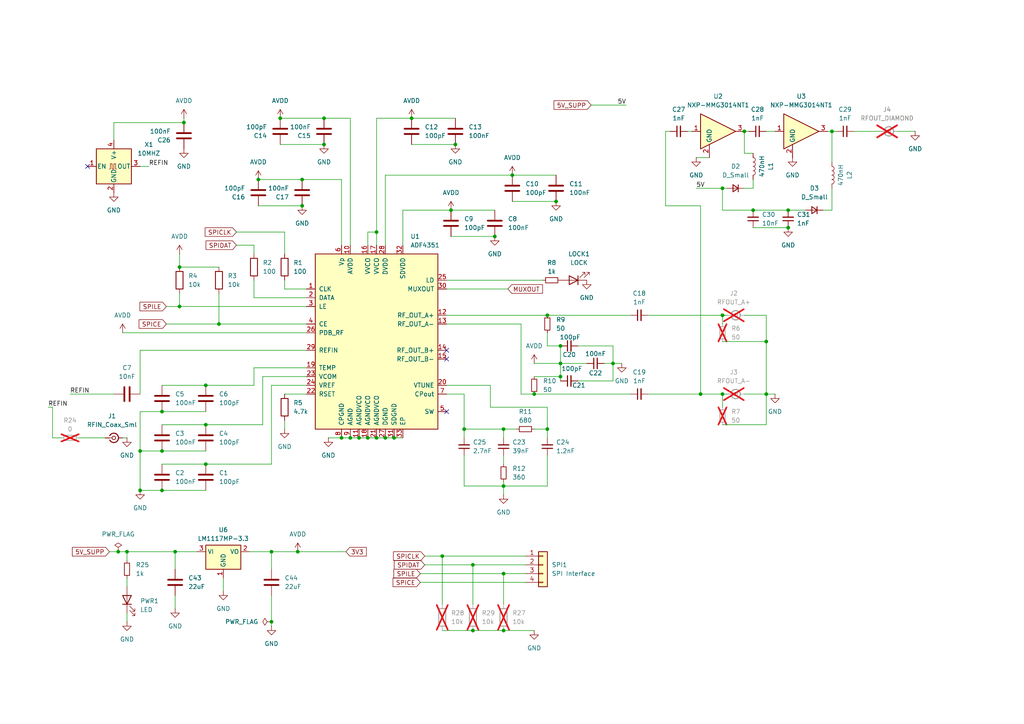
<source format=kicad_sch>
(kicad_sch (version 20250114) (generator "eeschema") (generator_version "9.0")
  (paper "A4")
  (title_block (title "Uncut Gem - Prototype") (rev "Rev 0.2") (company "Quantum Village Inc.") (comment 1 "https://www.analog.com/media/en/technical-documentation/user-guides/UG-435.pdf") (comment 2 "This sheet based on p.12 of ") (comment 3 "R9/R10 may both be subbed out w/ 3.9nH inductors, w/out pulldown R6/R7") (comment 4 "R3, R4, R27, R28, R29 - do not populate"))
  (lib_symbols
    (symbol "Connector:Conn_Coaxial_Small" (pin_numbers (hide yes)) (pin_names (offset 1.016) (hide yes))
      (property "Reference" "J" (at 0.254 3.048 0))
      (property "Value" "Conn_Coaxial_Small" (at 0 -3.81 0))
      (symbol "Conn_Coaxial_Small_1_1"
        (pin passive line (at -2.54 0 0) (length 1.27) (name "In") (number "1"))
        (pin passive line (at 2.54 0 180) (length 1.27) (name "Ext") (number "2"))
      )
    )
    (symbol "Connector_Generic:Conn_01x04" (pin_names (offset 1.016) (hide yes))
      (property "Reference" "J" (at 0 5.08 0))
      (property "Value" "Conn_01x04" (at 0 -7.62 0))
      (symbol "Conn_01x04_1_1"
        (pin passive line (at -5.08 2.54 0) (length 3.81) (name "Pin_1") (number "1"))
        (pin passive line (at -5.08 0 0) (length 3.81) (name "Pin_2") (number "2"))
        (pin passive line (at -5.08 -2.54 0) (length 3.81) (name "Pin_3") (number "3"))
        (pin passive line (at -5.08 -5.08 0) (length 3.81) (name "Pin_4") (number "4"))
      )
    )
    (symbol "Device:C" (pin_numbers (hide yes)) (pin_names (offset 0.254))
      (property "Reference" "C" (at 0.635 2.54 0))
      (property "Value" "C" (at 0.635 -2.54 0))
      (symbol "C_1_1"
        (pin passive line (at 0 3.81 270) (length 2.794) (name "~") (number "1"))
        (pin passive line (at 0 -3.81 90) (length 2.794) (name "~") (number "2"))
      )
    )
    (symbol "Device:C_Small" (pin_numbers (hide yes)) (pin_names (offset 0.254) (hide yes))
      (property "Reference" "C" (at 0.254 1.778 0))
      (property "Value" "C_Small" (at 0.254 -2.032 0))
      (symbol "C_Small_1_1"
        (pin passive line (at 0 2.54 270) (length 2.032) (name "~") (number "1"))
        (pin passive line (at 0 -2.54 90) (length 2.032) (name "~") (number "2"))
      )
    )
    (symbol "Device:D_Small" (pin_numbers (hide yes)) (pin_names (offset 0.254) (hide yes))
      (property "Reference" "D" (at -1.27 2.032 0))
      (property "Value" "D_Small" (at -3.81 -2.032 0))
      (symbol "D_Small_1_1"
        (pin passive line (at -2.54 0 0) (length 1.778) (name "K") (number "1"))
        (pin passive line (at 2.54 0 180) (length 1.778) (name "A") (number "2"))
      )
    )
    (symbol "Device:L" (pin_numbers (hide yes)) (pin_names (offset 1.016) (hide yes))
      (property "Reference" "L" (at -1.27 0 90))
      (property "Value" "L" (at 1.905 0 90))
      (symbol "L_1_1"
        (pin passive line (at 0 3.81 270) (length 1.27) (name "1") (number "1"))
        (pin passive line (at 0 -3.81 90) (length 1.27) (name "2") (number "2"))
      )
    )
    (symbol "Device:LED" (pin_numbers (hide yes)) (pin_names (offset 1.016) (hide yes))
      (property "Reference" "D" (at 0 2.54 0))
      (property "Value" "LED" (at 0 -2.54 0))
      (symbol "LED_1_1"
        (pin passive line (at -3.81 0 0) (length 2.54) (name "K") (number "1"))
        (pin passive line (at 3.81 0 180) (length 2.54) (name "A") (number "2"))
      )
    )
    (symbol "Device:R" (pin_numbers (hide yes)) (pin_names (offset 0))
      (property "Reference" "R" (at 2.032 0 90))
      (property "Value" "R" (at 0 0 90))
      (symbol "R_1_1"
        (pin passive line (at 0 3.81 270) (length 1.27) (name "~") (number "1"))
        (pin passive line (at 0 -3.81 90) (length 1.27) (name "~") (number "2"))
      )
    )
    (symbol "Device:R_Small" (pin_numbers (hide yes)) (pin_names (offset 0.254) (hide yes))
      (property "Reference" "R" (at 0.762 0.508 0))
      (property "Value" "R_Small" (at 0.762 -1.016 0))
      (symbol "R_Small_1_1"
        (pin passive line (at 0 2.54 270) (length 0.762) (name "~") (number "1"))
        (pin passive line (at 0 -2.54 90) (length 0.762) (name "~") (number "2"))
      )
    )
    (symbol "Oscillator:XO91" (pin_names (offset 0.254))
      (property "Reference" "X" (at -5.08 6.35 0))
      (property "Value" "XO91" (at 1.27 -6.35 0))
      (symbol "XO91_1_1"
        (pin input line (at -7.62 0 0) (length 2.54) (name "EN") (number "1"))
        (pin power_in line (at 0 7.62 270) (length 2.54) (name "V+") (number "4"))
        (pin power_in line (at 0 -7.62 90) (length 2.54) (name "GND") (number "2"))
        (pin output line (at 7.62 0 180) (length 2.54) (name "OUT") (number "3"))
      )
    )
    (symbol "RF_Amplifier:GALI-39"
      (property "Reference" "U" (at -1.27 7.62 0))
      (property "Value" "GALI-39" (at 2.54 5.08 0))
      (symbol "GALI-39_1_1"
        (pin input line (at -7.62 0 0) (length 2.54) (name "~") (number "1"))
        (pin power_in line (at -2.54 -7.62 90) (length 3.81) (name "GND") (number "2"))
        (pin output line (at 7.62 0 180) (length 2.54) (name "~") (number "3"))
      )
    )
    (symbol "Regulator_Linear:LM1117MP-3.3"
      (property "Reference" "U" (at -3.81 3.175 0))
      (property "Value" "LM1117MP-3.3" (at 0 3.175 0))
      (symbol "LM1117MP-3.3_1_1"
        (pin power_in line (at -7.62 0 0) (length 2.54) (name "VI") (number "3"))
        (pin power_in line (at 0 -7.62 90) (length 2.54) (name "GND") (number "1"))
        (pin power_out line (at 7.62 0 180) (length 2.54) (name "VO") (number "2"))
      )
    )
    (symbol "Timer_PLL:ADF4351" (pin_names (offset 1.016))
      (property "Reference" "U" (at 0 1.27 0))
      (property "Value" "ADF4351" (at 0 -1.27 0))
      (symbol "ADF4351_1_1"
        (pin input line (at -20.32 15.24 0) (length 2.54) (name "CLK") (number "1"))
        (pin input line (at -20.32 12.7 0) (length 2.54) (name "DATA") (number "2"))
        (pin input line (at -20.32 10.16 0) (length 2.54) (name "LE") (number "3"))
        (pin input line (at -20.32 5.08 0) (length 2.54) (name "CE") (number "4"))
        (pin input line (at -20.32 2.54 0) (length 2.54) (name "PDB_RF") (number "26"))
        (pin input line (at -20.32 -2.54 0) (length 2.54) (name "REFIN") (number "29"))
        (pin input line (at -20.32 -7.62 0) (length 2.54) (name "TEMP") (number "19"))
        (pin input line (at -20.32 -10.16 0) (length 2.54) (name "VCOM") (number "23"))
        (pin input line (at -20.32 -12.7 0) (length 2.54) (name "VREF") (number "24"))
        (pin input line (at -20.32 -15.24 0) (length 2.54) (name "RSET") (number "22"))
        (pin power_in line (at -10.16 27.94 270) (length 2.54) (name "Vp") (number "6"))
        (pin power_in line (at -10.16 -27.94 90) (length 2.54) (name "CPGND") (number "8"))
        (pin power_in line (at -7.62 27.94 270) (length 2.54) (name "AVDD") (number "10"))
        (pin power_in line (at -7.62 -27.94 90) (length 2.54) (name "AGND") (number "9"))
        (pin power_in line (at -5.08 -27.94 90) (length 2.54) (name "AGNDVCO") (number "11"))
        (pin power_in line (at -2.54 27.94 270) (length 2.54) (name "VVCO") (number "16"))
        (pin power_in line (at -2.54 -27.94 90) (length 2.54) (name "AGNDVCO") (number "18"))
        (pin power_in line (at 0 27.94 270) (length 2.54) (name "VVCO") (number "17"))
        (pin power_in line (at 0 -27.94 90) (length 2.54) (name "AGNDVCO") (number "21"))
        (pin power_in line (at 2.54 27.94 270) (length 2.54) (name "DVDD") (number "28"))
        (pin power_in line (at 2.54 -27.94 90) (length 2.54) (name "DGND") (number "27"))
        (pin power_in line (at 5.08 -27.94 90) (length 2.54) (name "SDGND") (number "31"))
        (pin power_in line (at 7.62 27.94 270) (length 2.54) (name "SDVDD") (number "32"))
        (pin power_in line (at 7.62 -27.94 90) (length 2.54) (name "EP") (number "33"))
        (pin input line (at 20.32 17.78 180) (length 2.54) (name "LD") (number "25"))
        (pin output line (at 20.32 15.24 180) (length 2.54) (name "MUXOUT") (number "30"))
        (pin output line (at 20.32 7.62 180) (length 2.54) (name "RF_OUT_A+") (number "12"))
        (pin output line (at 20.32 5.08 180) (length 2.54) (name "RF_OUT_A-") (number "13"))
        (pin output line (at 20.32 -2.54 180) (length 2.54) (name "RF_OUT_B+") (number "14"))
        (pin output line (at 20.32 -5.08 180) (length 2.54) (name "RF_OUT_B-") (number "15"))
        (pin input line (at 20.32 -12.7 180) (length 2.54) (name "VTUNE") (number "20"))
        (pin input line (at 20.32 -15.24 180) (length 2.54) (name "CPout") (number "7"))
        (pin input line (at 20.32 -20.32 180) (length 2.54) (name "SW") (number "5"))
      )
    )
    (symbol "power:GND" (power) (pin_numbers (hide yes)) (pin_names (offset 0) (hide yes))
      (property "Value" "GND" (at 0 -3.81 0))
      (symbol "GND_1_1"
        (pin power_in line (at 0 0 270) (length 0) (name "~") (number "1"))
      )
    )
    (symbol "power:PWR_FLAG" (power) (pin_numbers (hide yes)) (pin_names (offset 0) (hide yes))
      (property "Value" "PWR_FLAG" (at 0 3.81 0))
      (symbol "PWR_FLAG_0_0"
        (pin power_out line (at 0 0 90) (length 0) (name "~") (number "1"))
      )
    )
    (symbol "power:VAA" (power) (pin_numbers (hide yes)) (pin_names (offset 0) (hide yes))
      (property "Value" "VAA" (at 0 3.556 0))
      (symbol "VAA_1_1"
        (pin power_in line (at 0 0 90) (length 0) (name "~") (number "1"))
      )
    )
  )
  (junction (at 81.28 34.29))
  (junction (at 215.9 38.1))
  (junction (at 209.55 54.61))
  (junction (at 228.6 60.96))
  (junction (at 36.83 160.02))
  (junction (at 53.34 35.56))
  (junction (at 52.07 88.9))
  (junction (at 162.56 109.22))
  (junction (at 218.44 60.96))
  (junction (at 228.6 66.04))
  (junction (at 78.74 160.02))
  (junction (at 177.8 105.41))
  (junction (at 162.56 100.33))
  (junction (at 158.75 124.46))
  (junction (at 132.08 41.91))
  (junction (at 134.62 124.46))
  (junction (at 59.69 123.19))
  (junction (at 109.22 67.31))
  (junction (at 154.94 114.3))
  (junction (at 130.81 60.96))
  (junction (at 104.14 127))
  (junction (at 146.05 140.97))
  (junction (at 34.29 160.02))
  (junction (at 74.93 52.07))
  (junction (at 40.64 130.81))
  (junction (at 59.69 111.76))
  (junction (at 241.3 38.1))
  (junction (at 86.36 160.02))
  (junction (at 93.98 41.91))
  (junction (at 162.56 105.41))
  (junction (at 99.06 127))
  (junction (at 46.99 142.24))
  (junction (at 128.27 161.29))
  (junction (at 203.2 114.3))
  (junction (at 46.99 119.38))
  (junction (at 209.55 114.3))
  (junction (at 158.75 91.44))
  (junction (at 161.29 58.42))
  (junction (at 40.64 142.24))
  (junction (at 52.07 77.47))
  (junction (at 146.05 182.88))
  (junction (at 137.16 182.88))
  (junction (at 93.98 34.29))
  (junction (at 119.38 34.29))
  (junction (at 87.63 59.69))
  (junction (at 222.25 114.3))
  (junction (at 148.59 50.8))
  (junction (at 101.6 127))
  (junction (at 137.16 163.83))
  (junction (at 146.05 124.46))
  (junction (at 109.22 127))
  (junction (at 63.5 93.98))
  (junction (at 114.3 127))
  (junction (at 111.76 127))
  (junction (at 209.55 91.44))
  (junction (at 46.99 130.81))
  (junction (at 59.69 134.62))
  (junction (at 106.68 127))
  (junction (at 87.63 52.07))
  (junction (at 78.74 180.34))
  (junction (at 222.25 99.06))
  (junction (at 146.05 166.37))
  (junction (at 50.8 160.02))
  (junction (at 143.51 68.58))
  (no_connect (at 25.4 48.26))
  (no_connect (at 129.54 119.38))
  (no_connect (at 129.54 104.14))
  (no_connect (at 129.54 101.6))
  (wire (pts (xy 201.93 54.61) (xy 209.55 54.61)))
  (wire (pts (xy 247.65 38.1) (xy 255.27 38.1)))
  (wire (pts (xy 161.29 58.42) (xy 148.59 58.42)))
  (wire (pts (xy 82.55 81.28) (xy 82.55 83.82)))
  (wire (pts (xy 175.26 105.41) (xy 177.8 105.41)))
  (wire (pts (xy 52.07 73.66) (xy 52.07 77.47)))
  (wire (pts (xy 222.25 91.44) (xy 215.9 91.44)))
  (wire (pts (xy 52.07 77.47) (xy 63.5 77.47)))
  (wire (pts (xy 129.54 114.3) (xy 134.62 114.3)))
  (wire (pts (xy 215.9 114.3) (xy 222.25 114.3)))
  (wire (pts (xy 129.54 83.82) (xy 147.32 83.82)))
  (wire (pts (xy 101.6 34.29) (xy 101.6 71.12)))
  (wire (pts (xy 78.74 160.02) (xy 86.36 160.02)))
  (wire (pts (xy 134.62 127) (xy 134.62 124.46)))
  (wire (pts (xy 209.55 54.61) (xy 210.82 54.61)))
  (wire (pts (xy 74.93 52.07) (xy 87.63 52.07)))
  (wire (pts (xy 46.99 119.38) (xy 40.64 119.38)))
  (wire (pts (xy 203.2 114.3) (xy 209.55 114.3)))
  (wire (pts (xy 68.58 71.12) (xy 73.66 71.12)))
  (wire (pts (xy 222.25 91.44) (xy 222.25 99.06)))
  (wire (pts (xy 129.54 93.98) (xy 151.13 93.98)))
  (wire (pts (xy 22.86 127) (xy 30.48 127)))
  (wire (pts (xy 50.8 160.02) (xy 50.8 165.1)))
  (wire (pts (xy 73.66 86.36) (xy 88.9 86.36)))
  (wire (pts (xy 142.24 118.11) (xy 158.75 118.11)))
  (wire (pts (xy 73.66 111.76) (xy 73.66 106.68)))
  (wire (pts (xy 134.62 140.97) (xy 146.05 140.97)))
  (wire (pts (xy 40.64 101.6) (xy 88.9 101.6)))
  (wire (pts (xy 116.84 60.96) (xy 130.81 60.96)))
  (wire (pts (xy 106.68 127) (xy 109.22 127)))
  (wire (pts (xy 203.2 59.69) (xy 203.2 114.3)))
  (wire (pts (xy 123.19 163.83) (xy 137.16 163.83)))
  (wire (pts (xy 46.99 134.62) (xy 59.69 134.62)))
  (wire (pts (xy 36.83 177.8) (xy 36.83 180.34)))
  (wire (pts (xy 82.55 67.31) (xy 68.58 67.31)))
  (wire (pts (xy 73.66 71.12) (xy 73.66 73.66)))
  (wire (pts (xy 209.55 60.96) (xy 209.55 54.61)))
  (wire (pts (xy 187.96 91.44) (xy 209.55 91.44)))
  (wire (pts (xy 128.27 182.88) (xy 137.16 182.88)))
  (wire (pts (xy 130.81 60.96) (xy 143.51 60.96)))
  (wire (pts (xy 121.92 166.37) (xy 146.05 166.37)))
  (wire (pts (xy 93.98 34.29) (xy 101.6 34.29)))
  (wire (pts (xy 233.68 60.96) (xy 228.6 60.96)))
  (wire (pts (xy 59.69 119.38) (xy 46.99 119.38)))
  (wire (pts (xy 187.96 114.3) (xy 203.2 114.3)))
  (wire (pts (xy 15.24 118.11) (xy 15.24 127)))
  (wire (pts (xy 123.19 161.29) (xy 128.27 161.29)))
  (wire (pts (xy 209.55 99.06) (xy 222.25 99.06)))
  (wire (pts (xy 40.64 119.38) (xy 40.64 130.81)))
  (wire (pts (xy 33.02 35.56) (xy 53.34 35.56)))
  (wire (pts (xy 238.76 60.96) (xy 241.3 60.96)))
  (wire (pts (xy 53.34 34.29) (xy 53.34 35.56)))
  (wire (pts (xy 158.75 91.44) (xy 182.88 91.44)))
  (wire (pts (xy 128.27 161.29) (xy 128.27 175.26)))
  (wire (pts (xy 78.74 172.72) (xy 78.74 180.34)))
  (wire (pts (xy 132.08 41.91) (xy 119.38 41.91)))
  (wire (pts (xy 88.9 111.76) (xy 78.74 111.76)))
  (wire (pts (xy 36.83 170.18) (xy 36.83 167.64)))
  (wire (pts (xy 193.04 59.69) (xy 203.2 59.69)))
  (wire (pts (xy 146.05 166.37) (xy 152.4 166.37)))
  (wire (pts (xy 34.29 160.02) (xy 36.83 160.02)))
  (wire (pts (xy 201.93 45.72) (xy 205.74 45.72)))
  (wire (pts (xy 109.22 127) (xy 111.76 127)))
  (wire (pts (xy 130.81 68.58) (xy 143.51 68.58)))
  (wire (pts (xy 114.3 127) (xy 116.84 127)))
  (wire (pts (xy 162.56 109.22) (xy 162.56 110.49)))
  (wire (pts (xy 95.25 127) (xy 99.06 127)))
  (wire (pts (xy 76.2 109.22) (xy 88.9 109.22)))
  (wire (pts (xy 177.8 100.33) (xy 177.8 105.41)))
  (wire (pts (xy 111.76 50.8) (xy 111.76 71.12)))
  (wire (pts (xy 35.56 127) (xy 36.83 127)))
  (wire (pts (xy 31.75 160.02) (xy 34.29 160.02)))
  (wire (pts (xy 158.75 118.11) (xy 158.75 124.46)))
  (wire (pts (xy 111.76 127) (xy 114.3 127)))
  (wire (pts (xy 134.62 132.08) (xy 134.62 140.97)))
  (wire (pts (xy 40.64 48.26) (xy 43.18 48.26)))
  (wire (pts (xy 215.9 54.61) (xy 218.44 54.61)))
  (wire (pts (xy 224.79 114.3) (xy 222.25 114.3)))
  (wire (pts (xy 99.06 52.07) (xy 99.06 71.12)))
  (wire (pts (xy 46.99 130.81) (xy 40.64 130.81)))
  (wire (pts (xy 158.75 96.52) (xy 158.75 100.33)))
  (wire (pts (xy 40.64 142.24) (xy 46.99 142.24)))
  (wire (pts (xy 59.69 123.19) (xy 76.2 123.19)))
  (wire (pts (xy 82.55 121.92) (xy 82.55 124.46)))
  (wire (pts (xy 154.94 124.46) (xy 158.75 124.46)))
  (wire (pts (xy 36.83 162.56) (xy 36.83 160.02)))
  (wire (pts (xy 40.64 130.81) (xy 40.64 142.24)))
  (wire (pts (xy 154.94 182.88) (xy 146.05 182.88)))
  (wire (pts (xy 46.99 111.76) (xy 59.69 111.76)))
  (wire (pts (xy 218.44 60.96) (xy 228.6 60.96)))
  (wire (pts (xy 151.13 114.3) (xy 154.94 114.3)))
  (wire (pts (xy 222.25 123.19) (xy 222.25 114.3)))
  (wire (pts (xy 209.55 93.98) (xy 209.55 91.44)))
  (wire (pts (xy 59.69 111.76) (xy 73.66 111.76)))
  (wire (pts (xy 35.56 96.52) (xy 88.9 96.52)))
  (wire (pts (xy 240.03 38.1) (xy 241.3 38.1)))
  (wire (pts (xy 129.54 81.28) (xy 157.48 81.28)))
  (wire (pts (xy 82.55 83.82) (xy 88.9 83.82)))
  (wire (pts (xy 167.64 110.49) (xy 177.8 110.49)))
  (wire (pts (xy 162.56 105.41) (xy 170.18 105.41)))
  (wire (pts (xy 50.8 160.02) (xy 57.15 160.02)))
  (wire (pts (xy 215.9 38.1) (xy 217.17 38.1)))
  (wire (pts (xy 162.56 105.41) (xy 162.56 109.22)))
  (wire (pts (xy 101.6 127) (xy 104.14 127)))
  (wire (pts (xy 167.64 100.33) (xy 177.8 100.33)))
  (wire (pts (xy 209.55 114.3) (xy 210.82 114.3)))
  (wire (pts (xy 177.8 110.49) (xy 177.8 105.41)))
  (wire (pts (xy 63.5 85.09) (xy 63.5 93.98)))
  (wire (pts (xy 137.16 182.88) (xy 146.05 182.88)))
  (wire (pts (xy 137.16 163.83) (xy 152.4 163.83)))
  (wire (pts (xy 241.3 46.99) (xy 241.3 38.1)))
  (wire (pts (xy 119.38 34.29) (xy 132.08 34.29)))
  (wire (pts (xy 73.66 106.68) (xy 88.9 106.68)))
  (wire (pts (xy 149.86 124.46) (xy 146.05 124.46)))
  (wire (pts (xy 82.55 114.3) (xy 88.9 114.3)))
  (wire (pts (xy 218.44 66.04) (xy 228.6 66.04)))
  (wire (pts (xy 137.16 163.83) (xy 137.16 175.26)))
  (wire (pts (xy 128.27 161.29) (xy 152.4 161.29)))
  (wire (pts (xy 72.39 160.02) (xy 78.74 160.02)))
  (wire (pts (xy 177.8 105.41) (xy 180.34 105.41)))
  (wire (pts (xy 142.24 111.76) (xy 142.24 118.11)))
  (wire (pts (xy 151.13 93.98) (xy 151.13 114.3)))
  (wire (pts (xy 15.24 127) (xy 17.78 127)))
  (wire (pts (xy 46.99 142.24) (xy 59.69 142.24)))
  (wire (pts (xy 209.55 60.96) (xy 218.44 60.96)))
  (wire (pts (xy 106.68 71.12) (xy 106.68 67.31)))
  (wire (pts (xy 218.44 54.61) (xy 218.44 52.07)))
  (wire (pts (xy 148.59 50.8) (xy 111.76 50.8)))
  (wire (pts (xy 193.04 38.1) (xy 193.04 59.69)))
  (wire (pts (xy 104.14 127) (xy 106.68 127)))
  (wire (pts (xy 154.94 114.3) (xy 182.88 114.3)))
  (wire (pts (xy 48.26 88.9) (xy 52.07 88.9)))
  (wire (pts (xy 87.63 52.07) (xy 99.06 52.07)))
  (wire (pts (xy 36.83 160.02) (xy 50.8 160.02)))
  (wire (pts (xy 199.39 38.1) (xy 200.66 38.1)))
  (wire (pts (xy 158.75 140.97) (xy 146.05 140.97)))
  (wire (pts (xy 73.66 81.28) (xy 73.66 86.36)))
  (wire (pts (xy 106.68 67.31) (xy 109.22 67.31)))
  (wire (pts (xy 158.75 100.33) (xy 162.56 100.33)))
  (wire (pts (xy 154.94 109.22) (xy 162.56 109.22)))
  (wire (pts (xy 63.5 93.98) (xy 88.9 93.98)))
  (wire (pts (xy 134.62 124.46) (xy 146.05 124.46)))
  (wire (pts (xy 148.59 50.8) (xy 161.29 50.8)))
  (wire (pts (xy 146.05 140.97) (xy 146.05 143.51)))
  (wire (pts (xy 87.63 59.69) (xy 74.93 59.69)))
  (wire (pts (xy 78.74 160.02) (xy 78.74 165.1)))
  (wire (pts (xy 81.28 34.29) (xy 93.98 34.29)))
  (wire (pts (xy 86.36 160.02) (xy 100.33 160.02)))
  (wire (pts (xy 215.9 44.45) (xy 215.9 38.1)))
  (wire (pts (xy 109.22 67.31) (xy 109.22 71.12)))
  (wire (pts (xy 119.38 34.29) (xy 109.22 34.29)))
  (wire (pts (xy 78.74 180.34) (xy 78.74 181.61)))
  (wire (pts (xy 222.25 99.06) (xy 222.25 114.3)))
  (wire (pts (xy 76.2 123.19) (xy 76.2 109.22)))
  (wire (pts (xy 146.05 124.46) (xy 146.05 127)))
  (wire (pts (xy 146.05 139.7) (xy 146.05 140.97)))
  (wire (pts (xy 20.32 114.3) (xy 33.02 114.3)))
  (wire (pts (xy 52.07 88.9) (xy 88.9 88.9)))
  (wire (pts (xy 134.62 114.3) (xy 134.62 124.46)))
  (wire (pts (xy 99.06 127) (xy 101.6 127)))
  (wire (pts (xy 64.77 167.64) (xy 64.77 171.45)))
  (wire (pts (xy 82.55 73.66) (xy 82.55 67.31)))
  (wire (pts (xy 116.84 60.96) (xy 116.84 71.12)))
  (wire (pts (xy 209.55 118.11) (xy 209.55 114.3)))
  (wire (pts (xy 218.44 44.45) (xy 215.9 44.45)))
  (wire (pts (xy 33.02 35.56) (xy 33.02 40.64)))
  (wire (pts (xy 48.26 93.98) (xy 63.5 93.98)))
  (wire (pts (xy 13.97 118.11) (xy 15.24 118.11)))
  (wire (pts (xy 158.75 127) (xy 158.75 124.46)))
  (wire (pts (xy 93.98 41.91) (xy 81.28 41.91)))
  (wire (pts (xy 109.22 34.29) (xy 109.22 67.31)))
  (wire (pts (xy 146.05 132.08) (xy 146.05 134.62)))
  (wire (pts (xy 50.8 172.72) (xy 50.8 176.53)))
  (wire (pts (xy 193.04 38.1) (xy 194.31 38.1)))
  (wire (pts (xy 158.75 132.08) (xy 158.75 140.97)))
  (wire (pts (xy 171.45 30.48) (xy 181.61 30.48)))
  (wire (pts (xy 222.25 38.1) (xy 224.79 38.1)))
  (wire (pts (xy 40.64 101.6) (xy 40.64 114.3)))
  (wire (pts (xy 46.99 123.19) (xy 59.69 123.19)))
  (wire (pts (xy 121.92 168.91) (xy 152.4 168.91)))
  (wire (pts (xy 260.35 38.1) (xy 265.43 38.1)))
  (wire (pts (xy 52.07 85.09) (xy 52.07 88.9)))
  (wire (pts (xy 162.56 100.33) (xy 162.56 105.41)))
  (wire (pts (xy 154.94 105.41) (xy 162.56 105.41)))
  (wire (pts (xy 129.54 111.76) (xy 142.24 111.76)))
  (wire (pts (xy 241.3 54.61) (xy 241.3 60.96)))
  (wire (pts (xy 78.74 111.76) (xy 78.74 134.62)))
  (wire (pts (xy 146.05 175.26) (xy 146.05 166.37)))
  (wire (pts (xy 129.54 91.44) (xy 158.75 91.44)))
  (wire (pts (xy 209.55 91.44) (xy 210.82 91.44)))
  (wire (pts (xy 59.69 130.81) (xy 46.99 130.81)))
  (wire (pts (xy 241.3 38.1) (xy 242.57 38.1)))
  (wire (pts (xy 209.55 123.19) (xy 222.25 123.19)))
  (wire (pts (xy 78.74 134.62) (xy 59.69 134.62)))
  (label "REFIN" (at 20.32 114.3 0))
  (label "REFIN" (at 13.97 118.11 0))
  (label "5V" (at 201.93 54.61 0))
  (label "REFIN" (at 43.18 48.26 0))
  (label "5V" (at 181.61 30.48 180))
  (global_label "SPIDAT" (shape input) (at 123.19 163.83 180) (property "Intersheetrefs" "${INTERSHEET_REFS}" (effects (hide yes))))
  (global_label "SPICE" (shape input) (at 121.92 168.91 180) (property "Intersheetrefs" "${INTERSHEET_REFS}" (effects (hide yes))))
  (global_label "3V3" (shape input) (at 100.33 160.02 0) (property "Intersheetrefs" "${INTERSHEET_REFS}" (effects (hide yes))))
  (global_label "SPILE" (shape input) (at 48.26 88.9 180) (property "Intersheetrefs" "${INTERSHEET_REFS}" (effects (hide yes))))
  (global_label "SPICLK" (shape input) (at 68.58 67.31 180) (property "Intersheetrefs" "${INTERSHEET_REFS}" (effects (hide yes))))
  (global_label "SPILE" (shape input) (at 121.92 166.37 180) (property "Intersheetrefs" "${INTERSHEET_REFS}" (effects (hide yes))))
  (global_label "SPIDAT" (shape input) (at 68.58 71.12 180) (property "Intersheetrefs" "${INTERSHEET_REFS}" (effects (hide yes))))
  (global_label "MUXOUT" (shape input) (at 147.32 83.82 0) (property "Intersheetrefs" "${INTERSHEET_REFS}" (effects (hide yes))))
  (global_label "SPICE" (shape input) (at 48.26 93.98 180) (property "Intersheetrefs" "${INTERSHEET_REFS}" (effects (hide yes))))
  (global_label "5V_SUPP" (shape input) (at 171.45 30.48 180) (property "Intersheetrefs" "${INTERSHEET_REFS}" (effects (hide yes))))
  (global_label "SPICLK" (shape input) (at 123.19 161.29 180) (property "Intersheetrefs" "${INTERSHEET_REFS}" (effects (hide yes))))
  (global_label "5V_SUPP" (shape input) (at 31.75 160.02 180) (property "Intersheetrefs" "${INTERSHEET_REFS}" (effects (hide yes))))
  (symbol (lib_id "power:GND") (at 180.34 105.41 0) (unit 1)
    (property "Reference" "#PWR018" (effects (hide yes)))
    (property "Value" "GND" (at 180.34 110.49 0))
    (property "Description" "Power symbol creates a global label with name \"GND\" , ground" (effects (hide yes)))
  )
  (symbol (lib_id "power:GND") (at 161.29 58.42 0) (unit 1)
    (property "Reference" "#PWR08" (effects (hide yes)))
    (property "Value" "GND" (at 161.29 63.5 0))
    (property "Description" "Power symbol creates a global label with name \"GND\" , ground" (effects (hide yes)))
  )
  (symbol (lib_id "Device:C") (at 81.28 38.1 180) (unit 1)
    (property "Reference" "C14" (at 77.47 39.3701 0) (effects (justify left)))
    (property "Value" "100pF" (at 77.47 36.8301 0) (effects (justify left)))
    (property "Footprint" "Capacitor_SMD:C_0603_1608Metric" (effects (hide yes)))
    (property "Description" "Unpolarized capacitor" (effects (hide yes)))
  )
  (symbol (lib_id "power:GND") (at 265.43 38.1 0) (unit 1)
    (property "Reference" "#PWR025" (effects (hide yes)))
    (property "Value" "GND" (at 265.43 43.18 0))
    (property "Description" "Power symbol creates a global label with name \"GND\" , ground" (effects (hide yes)))
  )
  (symbol (lib_id "power:GND") (at 36.83 127 0) (unit 1)
    (property "Reference" "#PWR016" (effects (hide yes)))
    (property "Value" "GND" (at 36.83 132.08 0))
    (property "Description" "Power symbol creates a global label with name \"GND\" , ground" (effects (hide yes)))
  )
  (symbol (lib_id "Connector_Generic:Conn_01x04") (at 157.48 163.83 0) (unit 1)
    (property "Reference" "SPI1" (at 160.02 163.8299 0) (effects (justify left)))
    (property "Value" "SPI Interface" (at 160.02 166.3699 0) (effects (justify left)))
    (property "Footprint" "Connector_PinSocket_2.54mm:PinSocket_1x04_P2.54mm_Vertical" (effects (hide yes)))
    (property "Description" "Generic connector, single row, 01x04, script generated (kicad-library-utils/schlib/autogen/connector/)" (effects (hide yes)))
  )
  (symbol (lib_id "power:VAA") (at 148.59 50.8 0) (unit 1)
    (property "Reference" "#PWR09" (effects (hide yes)))
    (property "Value" "AVDD" (at 148.59 45.72 0))
    (property "Description" "Power symbol creates a global label with name \"VAA\"" (effects (hide yes)))
  )
  (symbol (lib_id "power:GND") (at 170.18 81.28 0) (unit 1)
    (property "Reference" "#PWR020" (effects (hide yes)))
    (property "Value" "GND" (at 170.18 86.36 0))
    (property "Description" "Power symbol creates a global label with name \"GND\" , ground" (effects (hide yes)))
  )
  (symbol (lib_id "Device:C") (at 143.51 64.77 0) (unit 1)
    (property "Reference" "C8" (at 147.32 63.4999 0) (effects (justify left)))
    (property "Value" "100nF" (at 147.32 66.0399 0) (effects (justify left)))
    (property "Footprint" "Capacitor_SMD:C_0603_1608Metric" (effects (hide yes)))
    (property "Description" "Unpolarized capacitor" (effects (hide yes)))
  )
  (symbol (lib_id "Device:C") (at 46.99 138.43 0) (unit 1)
    (property "Reference" "C2" (at 50.8 137.1599 0) (effects (justify left)))
    (property "Value" "100nF" (at 50.8 139.6999 0) (effects (justify left)))
    (property "Footprint" "Capacitor_SMD:C_0603_1608Metric" (effects (hide yes)))
    (property "Description" "Unpolarized capacitor" (effects (hide yes)))
  )
  (symbol (lib_id "Device:R_Small") (at 146.05 137.16 0) (unit 1)
    (property "Reference" "R12" (at 148.59 135.8899 0) (effects (justify left)))
    (property "Value" "360" (at 148.59 138.4299 0) (effects (justify left)))
    (property "Footprint" "Resistor_SMD:R_0603_1608Metric" (effects (hide yes)))
    (property "Description" "Resistor, small symbol" (effects (hide yes)))
  )
  (symbol (lib_id "Device:R_Small") (at 20.32 127 90) (unit 1) (dnp yes)
    (property "Reference" "R24" (at 20.32 121.92 90))
    (property "Value" "0" (at 20.32 124.46 90))
    (property "Footprint" "Resistor_SMD:R_0603_1608Metric" (effects (hide yes)))
    (property "Description" "Resistor, small symbol" (effects (hide yes)))
  )
  (symbol (lib_id "Device:C_Small") (at 228.6 63.5 180) (unit 1)
    (property "Reference" "C31" (at 231.14 62.2235 0) (effects (justify right)))
    (property "Value" "1nF" (at 231.14 64.7635 0) (effects (justify right)))
    (property "Footprint" "Capacitor_SMD:C_0603_1608Metric" (effects (hide yes)))
    (property "Description" "Unpolarized capacitor, small symbol" (effects (hide yes)))
  )
  (symbol (lib_id "Device:R_Small") (at 154.94 111.76 0) (unit 1)
    (property "Reference" "R10" (at 157.48 110.4899 0) (effects (justify left)))
    (property "Value" "50" (at 157.48 113.0299 0) (effects (justify left)))
    (property "Footprint" "Resistor_SMD:R_0603_1608Metric" (effects (hide yes)))
    (property "Description" "Resistor, small symbol" (effects (hide yes)))
  )
  (symbol (lib_id "Device:C") (at 53.34 39.37 180) (unit 1)
    (property "Reference" "C26" (at 49.53 40.6401 0) (effects (justify left)))
    (property "Value" "100nF" (at 49.53 38.1001 0) (effects (justify left)))
    (property "Footprint" "Capacitor_SMD:C_0603_1608Metric" (effects (hide yes)))
    (property "Description" "Unpolarized capacitor" (effects (hide yes)))
  )
  (symbol (lib_id "Device:C_Small") (at 245.11 38.1 90) (unit 1)
    (property "Reference" "C29" (at 245.1163 31.75 90))
    (property "Value" "1nF" (at 245.1163 34.29 90))
    (property "Footprint" "Capacitor_SMD:C_0603_1608Metric" (effects (hide yes)))
    (property "Description" "Unpolarized capacitor, small symbol" (effects (hide yes)))
  )
  (symbol (lib_id "power:GND") (at 36.83 180.34 0) (unit 1)
    (property "Reference" "#PWR051" (effects (hide yes)))
    (property "Value" "GND" (at 36.83 185.42 0))
    (property "Description" "Power symbol creates a global label with name \"GND\" , ground" (effects (hide yes)))
  )
  (symbol (lib_id "Device:C") (at 161.29 54.61 0) (unit 1)
    (property "Reference" "C11" (at 165.1 53.3399 0) (effects (justify left)))
    (property "Value" "100nF" (at 165.1 55.8799 0) (effects (justify left)))
    (property "Footprint" "Capacitor_SMD:C_0603_1608Metric" (effects (hide yes)))
    (property "Description" "Unpolarized capacitor" (effects (hide yes)))
  )
  (symbol (lib_id "Connector:Conn_Coaxial_Small") (at 257.81 38.1 0) (unit 1) (dnp yes)
    (property "Reference" "J4" (at 257.2904 31.75 0))
    (property "Value" "RFOUT_DIAMOND" (at 257.2904 34.29 0))
    (property "Footprint" "Connector_Coaxial:SMA_Molex_73251-2120_EdgeMount_Horizontal" (effects (hide yes)))
    (property "Description" "small coaxial connector (BNC, SMA, SMB, SMC, Cinch/RCA, LEMO, ...)" (effects (hide yes)))
  )
  (symbol (lib_id "power:PWR_FLAG") (at 34.29 160.02 0) (unit 1)
    (property "Reference" "#FLG01" (effects (hide yes)))
    (property "Value" "PWR_FLAG" (at 34.29 154.94 0))
    (property "Description" "Special symbol for telling ERC where power comes from" (effects (hide yes)))
  )
  (symbol (lib_id "Device:R_Small") (at 36.83 165.1 180) (unit 1)
    (property "Reference" "R25" (at 39.37 163.8299 0) (effects (justify right)))
    (property "Value" "1k" (at 39.37 166.3699 0) (effects (justify right)))
    (property "Footprint" "Resistor_SMD:R_0603_1608Metric" (effects (hide yes)))
    (property "Description" "Resistor, small symbol" (effects (hide yes)))
  )
  (symbol (lib_id "Device:R_Small") (at 160.02 81.28 90) (unit 1)
    (property "Reference" "R8" (at 160.02 76.2 90))
    (property "Value" "1k" (at 160.02 78.74 90))
    (property "Footprint" "Resistor_SMD:R_0603_1608Metric" (effects (hide yes)))
    (property "Description" "Resistor, small symbol" (effects (hide yes)))
  )
  (symbol (lib_id "power:GND") (at 229.87 45.72 0) (unit 1)
    (property "Reference" "#PWR027" (effects (hide yes)))
    (property "Value" "GND" (at 229.87 50.8 0))
    (property "Description" "Power symbol creates a global label with name \"GND\" , ground" (effects (hide yes)))
  )
  (symbol (lib_id "Device:C") (at 93.98 38.1 180) (unit 1)
    (property "Reference" "C15" (at 90.17 39.3701 0) (effects (justify left)))
    (property "Value" "100nF" (at 90.17 36.8301 0) (effects (justify left)))
    (property "Footprint" "Capacitor_SMD:C_0603_1608Metric" (effects (hide yes)))
    (property "Description" "Unpolarized capacitor" (effects (hide yes)))
  )
  (symbol (lib_id "Device:R_Small") (at 158.75 93.98 0) (unit 1)
    (property "Reference" "R9" (at 161.29 92.7099 0) (effects (justify left)))
    (property "Value" "50" (at 161.29 95.2499 0) (effects (justify left)))
    (property "Footprint" "Resistor_SMD:R_0603_1608Metric" (effects (hide yes)))
    (property "Description" "Resistor, small symbol" (effects (hide yes)))
  )
  (symbol (lib_id "power:GND") (at 78.74 181.61 0) (unit 1)
    (property "Reference" "#PWR053" (effects (hide yes)))
    (property "Value" "GND" (at 78.74 186.69 0))
    (property "Description" "Power symbol creates a global label with name \"GND\" , ground" (effects (hide yes)))
  )
  (symbol (lib_id "Device:R") (at 73.66 77.47 0) (unit 1)
    (property "Reference" "R2" (at 76.2 76.1999 0) (effects (justify left)))
    (property "Value" "100" (at 76.2 78.7399 0) (effects (justify left)))
    (property "Footprint" "Resistor_SMD:R_0603_1608Metric_Pad0.98x0.95mm_HandSolder" (effects (hide yes)))
    (property "Description" "Resistor" (effects (hide yes)))
  )
  (symbol (lib_id "Device:LED") (at 36.83 173.99 90) (unit 1)
    (property "Reference" "PWR1" (at 40.64 174.3074 90) (effects (justify right)))
    (property "Value" "LED" (at 40.64 176.8474 90) (effects (justify right)))
    (property "Footprint" "Diode_SMD:D_0603_1608Metric" (effects (hide yes)))
    (property "Description" "Light emitting diode" (effects (hide yes)))
  )
  (symbol (lib_id "Connector:Conn_Coaxial_Small") (at 213.36 91.44 0) (unit 1) (dnp yes)
    (property "Reference" "J2" (at 212.8404 85.09 0))
    (property "Value" "RFOUT_A+" (at 212.8404 87.63 0))
    (property "Footprint" "Connector_Coaxial:SMA_Molex_73251-2120_EdgeMount_Horizontal" (effects (hide yes)))
    (property "Description" "small coaxial connector (BNC, SMA, SMB, SMC, Cinch/RCA, LEMO, ...)" (effects (hide yes)))
  )
  (symbol (lib_id "Device:C_Small") (at 158.75 129.54 180) (unit 1)
    (property "Reference" "C24" (at 161.29 128.2635 0) (effects (justify right)))
    (property "Value" "1.2nF" (at 161.29 130.8035 0) (effects (justify right)))
    (property "Footprint" "Capacitor_SMD:C_0603_1608Metric" (effects (hide yes)))
    (property "Description" "Unpolarized capacitor, small symbol" (effects (hide yes)))
  )
  (symbol (lib_id "Device:C_Small") (at 165.1 100.33 90) (unit 1)
    (property "Reference" "C20" (at 165.1 102.87 90))
    (property "Value" "100pF" (at 165.354 97.79 90))
    (property "Footprint" "Capacitor_SMD:C_0603_1608Metric" (effects (hide yes)))
    (property "Description" "Unpolarized capacitor, small symbol" (effects (hide yes)))
  )
  (symbol (lib_id "power:GND") (at 201.93 45.72 0) (unit 1)
    (property "Reference" "#PWR028" (effects (hide yes)))
    (property "Value" "GND" (at 201.93 50.8 0))
    (property "Description" "Power symbol creates a global label with name \"GND\" , ground" (effects (hide yes)))
  )
  (symbol (lib_id "Device:L") (at 218.44 48.26 0) (unit 1)
    (property "Reference" "L1" (at 223.52 48.26 90))
    (property "Value" "470nH" (at 220.98 48.26 90))
    (property "Footprint" "Inductor_SMD:L_0603_1608Metric" (effects (hide yes)))
    (property "Description" "Inductor" (effects (hide yes)))
  )
  (symbol (lib_id "power:GND") (at 82.55 124.46 0) (unit 1)
    (property "Reference" "#PWR03" (effects (hide yes)))
    (property "Value" "GND" (at 82.55 129.54 0))
    (property "Description" "Power symbol creates a global label with name \"GND\" , ground" (effects (hide yes)))
  )
  (symbol (lib_id "Device:R") (at 128.27 179.07 0) (unit 1) (dnp yes)
    (property "Reference" "R28" (at 130.81 177.7999 0) (effects (justify left)))
    (property "Value" "10k" (at 130.81 180.3399 0) (effects (justify left)))
    (property "Footprint" "Resistor_SMD:R_0603_1608Metric_Pad0.98x0.95mm_HandSolder" (effects (hide yes)))
    (property "Description" "Resistor" (effects (hide yes)))
  )
  (symbol (lib_id "power:PWR_FLAG") (at 78.74 180.34 90) (unit 1)
    (property "Reference" "#FLG02" (effects (hide yes)))
    (property "Value" "PWR_FLAG" (at 74.93 180.3399 90) (effects (justify left)))
    (property "Description" "Special symbol for telling ERC where power comes from" (effects (hide yes)))
  )
  (symbol (lib_id "power:GND") (at 53.34 43.18 0) (unit 1)
    (property "Reference" "#PWR024" (effects (hide yes)))
    (property "Value" "GND" (at 53.34 48.26 0))
    (property "Description" "Power symbol creates a global label with name \"GND\" , ground" (effects (hide yes)))
  )
  (symbol (lib_id "Device:R_Small") (at 209.55 96.52 0) (unit 1) (dnp yes)
    (property "Reference" "R6" (at 212.09 95.2499 0) (effects (justify left)))
    (property "Value" "50" (at 212.09 97.7899 0) (effects (justify left)))
    (property "Footprint" "Resistor_SMD:R_0603_1608Metric" (effects (hide yes)))
    (property "Description" "Resistor, small symbol" (effects (hide yes)))
  )
  (symbol (lib_id "Device:R") (at 52.07 81.28 0) (unit 1)
    (property "Reference" "R4" (at 54.61 80.0099 0) (effects (justify left)))
    (property "Value" "10k" (at 54.61 82.5499 0) (effects (justify left)))
    (property "Footprint" "Resistor_SMD:R_0603_1608Metric_Pad0.98x0.95mm_HandSolder" (effects (hide yes)))
    (property "Description" "Resistor" (effects (hide yes)))
  )
  (symbol (lib_id "power:GND") (at 93.98 41.91 0) (unit 1)
    (property "Reference" "#PWR013" (effects (hide yes)))
    (property "Value" "GND" (at 93.98 46.99 0))
    (property "Description" "Power symbol creates a global label with name \"GND\" , ground" (effects (hide yes)))
  )
  (symbol (lib_id "Device:C") (at 59.69 127 0) (unit 1)
    (property "Reference" "C4" (at 63.5 125.7299 0) (effects (justify left)))
    (property "Value" "100pF" (at 63.5 128.2699 0) (effects (justify left)))
    (property "Footprint" "Capacitor_SMD:C_0603_1608Metric" (effects (hide yes)))
    (property "Description" "Unpolarized capacitor" (effects (hide yes)))
  )
  (symbol (lib_id "power:VAA") (at 130.81 60.96 0) (unit 1)
    (property "Reference" "#PWR06" (effects (hide yes)))
    (property "Value" "AVDD" (at 130.81 55.88 0))
    (property "Description" "Power symbol creates a global label with name \"VAA\"" (effects (hide yes)))
  )
  (symbol (lib_id "Device:C") (at 59.69 138.43 0) (unit 1)
    (property "Reference" "C1" (at 63.5 137.1599 0) (effects (justify left)))
    (property "Value" "100pF" (at 63.5 139.6999 0) (effects (justify left)))
    (property "Footprint" "Capacitor_SMD:C_0603_1608Metric" (effects (hide yes)))
    (property "Description" "Unpolarized capacitor" (effects (hide yes)))
  )
  (symbol (lib_id "Connector:Conn_Coaxial_Small") (at 213.36 114.3 0) (unit 1) (dnp yes)
    (property "Reference" "J3" (at 212.8404 107.95 0))
    (property "Value" "RFOUT_A-" (at 212.8404 110.49 0))
    (property "Footprint" "Connector_Coaxial:SMA_Molex_73251-2120_EdgeMount_Horizontal" (effects (hide yes)))
    (property "Description" "small coaxial connector (BNC, SMA, SMB, SMC, Cinch/RCA, LEMO, ...)" (effects (hide yes)))
  )
  (symbol (lib_id "power:VAA") (at 74.93 52.07 0) (unit 1)
    (property "Reference" "#PWR014" (effects (hide yes)))
    (property "Value" "AVDD" (at 74.93 46.99 0))
    (property "Description" "Power symbol creates a global label with name \"VAA\"" (effects (hide yes)))
  )
  (symbol (lib_id "Regulator_Linear:LM1117MP-3.3") (at 64.77 160.02 0) (unit 1)
    (property "Reference" "U6" (at 64.77 153.67 0))
    (property "Value" "LM1117MP-3.3" (at 64.77 156.21 0))
    (property "Footprint" "Package_TO_SOT_SMD:SOT-223-3_TabPin2" (effects (hide yes)))
    (property "Datasheet" "http://www.ti.com/lit/ds/symlink/lm1117.pdf" (effects (hide yes)))
    (property "Description" "800mA Low-Dropout Linear Regulator, 3.3V fixed output, SOT-223" (effects (hide yes)))
  )
  (symbol (lib_id "Device:C_Small") (at 146.05 129.54 180) (unit 1)
    (property "Reference" "C23" (at 148.59 128.2635 0) (effects (justify right)))
    (property "Value" "39nF" (at 148.59 130.8035 0) (effects (justify right)))
    (property "Footprint" "Capacitor_SMD:C_0603_1608Metric" (effects (hide yes)))
    (property "Description" "Unpolarized capacitor, small symbol" (effects (hide yes)))
  )
  (symbol (lib_id "Device:R") (at 63.5 81.28 0) (unit 1)
    (property "Reference" "R3" (at 66.04 80.0099 0) (effects (justify left)))
    (property "Value" "10k" (at 66.04 82.5499 0) (effects (justify left)))
    (property "Footprint" "Resistor_SMD:R_0603_1608Metric_Pad0.98x0.95mm_HandSolder" (effects (hide yes)))
    (property "Description" "Resistor" (effects (hide yes)))
  )
  (symbol (lib_id "Device:C") (at 59.69 115.57 0) (unit 1)
    (property "Reference" "C6" (at 63.5 114.2999 0) (effects (justify left)))
    (property "Value" "100pF" (at 63.5 116.8399 0) (effects (justify left)))
    (property "Footprint" "Capacitor_SMD:C_0603_1608Metric" (effects (hide yes)))
    (property "Description" "Unpolarized capacitor" (effects (hide yes)))
  )
  (symbol (lib_id "power:GND") (at 154.94 182.88 0) (unit 1)
    (property "Reference" "#PWR037" (effects (hide yes)))
    (property "Value" "GND" (at 154.94 187.96 0))
    (property "Description" "Power symbol creates a global label with name \"GND\" , ground" (effects (hide yes)))
  )
  (symbol (lib_id "power:VAA") (at 119.38 34.29 0) (unit 1)
    (property "Reference" "#PWR010" (effects (hide yes)))
    (property "Value" "AVDD" (at 119.38 29.21 0))
    (property "Description" "Power symbol creates a global label with name \"VAA\"" (effects (hide yes)))
  )
  (symbol (lib_id "Device:C_Small") (at 218.44 63.5 180) (unit 1)
    (property "Reference" "C30" (at 220.98 62.2235 0) (effects (justify right)))
    (property "Value" "10nF" (at 220.98 64.7635 0) (effects (justify right)))
    (property "Footprint" "Capacitor_SMD:C_0603_1608Metric" (effects (hide yes)))
    (property "Description" "Unpolarized capacitor, small symbol" (effects (hide yes)))
  )
  (symbol (lib_id "Device:C") (at 74.93 55.88 180) (unit 1)
    (property "Reference" "C16" (at 71.12 57.1501 0) (effects (justify left)))
    (property "Value" "100pF" (at 71.12 54.6101 0) (effects (justify left)))
    (property "Footprint" "Capacitor_SMD:C_0603_1608Metric" (effects (hide yes)))
    (property "Description" "Unpolarized capacitor" (effects (hide yes)))
  )
  (symbol (lib_id "power:GND") (at 132.08 41.91 0) (unit 1)
    (property "Reference" "#PWR011" (effects (hide yes)))
    (property "Value" "GND" (at 132.08 46.99 0))
    (property "Description" "Power symbol creates a global label with name \"GND\" , ground" (effects (hide yes)))
  )
  (symbol (lib_id "Device:C") (at 132.08 38.1 0) (unit 1)
    (property "Reference" "C13" (at 135.89 36.8299 0) (effects (justify left)))
    (property "Value" "100nF" (at 135.89 39.3699 0) (effects (justify left)))
    (property "Footprint" "Capacitor_SMD:C_0603_1608Metric" (effects (hide yes)))
    (property "Description" "Unpolarized capacitor" (effects (hide yes)))
  )
  (symbol (lib_id "power:GND") (at 95.25 127 0) (unit 1)
    (property "Reference" "#PWR02" (effects (hide yes)))
    (property "Value" "GND" (at 95.25 132.08 0))
    (property "Description" "Power symbol creates a global label with name \"GND\" , ground" (effects (hide yes)))
  )
  (symbol (lib_id "power:VAA") (at 154.94 105.41 0) (unit 1)
    (property "Reference" "#PWR019" (effects (hide yes)))
    (property "Value" "AVDD" (at 154.94 100.33 0))
    (property "Description" "Power symbol creates a global label with name \"VAA\"" (effects (hide yes)))
  )
  (symbol (lib_id "Device:R_Small") (at 209.55 120.65 0) (unit 1) (dnp yes)
    (property "Reference" "R7" (at 212.09 119.3799 0) (effects (justify left)))
    (property "Value" "50" (at 212.09 121.9199 0) (effects (justify left)))
    (property "Footprint" "Resistor_SMD:R_0603_1608Metric" (effects (hide yes)))
    (property "Description" "Resistor, small symbol" (effects (hide yes)))
  )
  (symbol (lib_id "Device:C") (at 148.59 54.61 0) (unit 1)
    (property "Reference" "C10" (at 152.4 53.3399 0) (effects (justify left)))
    (property "Value" "100pF" (at 152.4 55.8799 0) (effects (justify left)))
    (property "Footprint" "Capacitor_SMD:C_0603_1608Metric" (effects (hide yes)))
    (property "Description" "Unpolarized capacitor" (effects (hide yes)))
  )
  (symbol (lib_id "power:GND") (at 64.77 171.45 0) (unit 1)
    (property "Reference" "#PWR026" (effects (hide yes)))
    (property "Value" "GND" (at 64.77 176.53 0))
    (property "Description" "Power symbol creates a global label with name \"GND\" , ground" (effects (hide yes)))
  )
  (symbol (lib_id "power:GND") (at 50.8 176.53 0) (unit 1)
    (property "Reference" "#PWR052" (effects (hide yes)))
    (property "Value" "GND" (at 50.8 181.61 0))
    (property "Description" "Power symbol creates a global label with name \"GND\" , ground" (effects (hide yes)))
  )
  (symbol (lib_id "Device:D_Small") (at 236.22 60.96 180) (unit 1)
    (property "Reference" "D3" (at 236.22 54.61 0))
    (property "Value" "D_Small" (at 236.22 57.15 0))
    (property "Footprint" "Diode_SMD:D_0603_1608Metric_Pad1.05x0.95mm_HandSolder" (effects (hide yes)))
    (property "Description" "Diode, small symbol" (effects (hide yes)))
    (property "Sim.Device" "D" (effects (hide yes)))
    (property "Sim.Pins" "1=K 2=A" (effects (hide yes)))
  )
  (symbol (lib_id "power:VAA") (at 86.36 160.02 0) (unit 1)
    (property "Reference" "#PWR032" (effects (hide yes)))
    (property "Value" "AVDD" (at 86.36 154.94 0))
    (property "Description" "Power symbol creates a global label with name \"VAA\"" (effects (hide yes)))
  )
  (symbol (lib_id "power:VAA") (at 53.34 34.29 0) (unit 1)
    (property "Reference" "#PWR022" (effects (hide yes)))
    (property "Value" "AVDD" (at 53.34 29.21 0))
    (property "Description" "Power symbol creates a global label with name \"VAA\"" (effects (hide yes)))
  )
  (symbol (lib_id "Device:C") (at 78.74 168.91 0) (unit 1)
    (property "Reference" "C44" (at 82.55 167.6399 0) (effects (justify left)))
    (property "Value" "22uF" (at 82.55 170.1799 0) (effects (justify left)))
    (property "Footprint" "Capacitor_SMD:C_0603_1608Metric" (effects (hide yes)))
    (property "Description" "Unpolarized capacitor" (effects (hide yes)))
  )
  (symbol (lib_id "power:GND") (at 224.79 114.3 0) (unit 1)
    (property "Reference" "#PWR017" (effects (hide yes)))
    (property "Value" "GND" (at 224.79 119.38 0))
    (property "Description" "Power symbol creates a global label with name \"GND\" , ground" (effects (hide yes)))
  )
  (symbol (lib_id "Device:C") (at 130.81 64.77 0) (unit 1)
    (property "Reference" "C9" (at 134.62 63.4999 0) (effects (justify left)))
    (property "Value" "100pF" (at 134.62 66.0399 0) (effects (justify left)))
    (property "Footprint" "Capacitor_SMD:C_0603_1608Metric" (effects (hide yes)))
    (property "Description" "Unpolarized capacitor" (effects (hide yes)))
  )
  (symbol (lib_id "Connector:Conn_Coaxial_Small") (at 33.02 127 0) (unit 1)
    (property "Reference" "J1" (at 32.5004 120.65 0))
    (property "Value" "RFIN_Coax_Sml" (at 32.5004 123.19 0))
    (property "Footprint" "Connector_Coaxial:SMA_Molex_73251-2120_EdgeMount_Horizontal" (effects (hide yes)))
    (property "Description" "small coaxial connector (BNC, SMA, SMB, SMC, Cinch/RCA, LEMO, ...)" (effects (hide yes)))
  )
  (symbol (lib_id "Timer_PLL:ADF4351") (at 109.22 99.06 0) (unit 1)
    (property "Reference" "U1" (at 119.0341 68.58 0) (effects (justify left)))
    (property "Value" "ADF4351" (at 119.0341 71.12 0) (effects (justify left)))
    (property "Footprint" "Package_CSP:LFCSP-32-1EP_5x5mm_P0.5mm_EP3.25x3.25mm" (effects (hide yes)))
    (property "Datasheet" "https://www.analog.com/media/en/technical-documentation/data-sheets/ADF4351.pdf" (effects (hide yes)))
    (property "Description" "35-4400MHz fractional-N PLL, LFCSP-32" (effects (hide yes)))
  )
  (symbol (lib_id "RF_Amplifier:GALI-39") (at 232.41 38.1 0) (unit 1)
    (property "Reference" "U3" (at 232.41 27.94 0))
    (property "Value" "NXP-MMG3014NT1" (at 232.41 30.48 0))
    (property "Footprint" "Package_TO_SOT_SMD:SOT-89-3" (effects (hide yes)))
    (property "Datasheet" "https://www.minicircuits.com/pdfs/GALI-39+.pdf" (effects (hide yes)))
    (property "Description" "DC-7000MHz +19.7dB Low Noise Amplifier, SOT-89" (effects (hide yes)))
  )
  (symbol (lib_id "power:VAA") (at 52.07 73.66 0) (unit 1)
    (property "Reference" "#PWR01" (effects (hide yes)))
    (property "Value" "AVDD" (at 52.07 68.58 0))
    (property "Description" "Power symbol creates a global label with name \"VAA\"" (effects (hide yes)))
  )
  (symbol (lib_id "power:GND") (at 228.6 66.04 0) (unit 1)
    (property "Reference" "#PWR029" (effects (hide yes)))
    (property "Value" "GND" (at 228.6 71.12 0))
    (property "Description" "Power symbol creates a global label with name \"GND\" , ground" (effects (hide yes)))
  )
  (symbol (lib_id "Device:C_Small") (at 134.62 129.54 180) (unit 1)
    (property "Reference" "C25" (at 137.16 128.2635 0) (effects (justify right)))
    (property "Value" "2.7nF" (at 137.16 130.8035 0) (effects (justify right)))
    (property "Footprint" "Capacitor_SMD:C_0603_1608Metric" (effects (hide yes)))
    (property "Description" "Unpolarized capacitor, small symbol" (effects (hide yes)))
  )
  (symbol (lib_id "Device:C_Small") (at 172.72 105.41 90) (unit 1)
    (property "Reference" "C22" (at 172.72 108.204 90))
    (property "Value" "100nF" (at 172.72 102.616 90))
    (property "Footprint" "Capacitor_SMD:C_0603_1608Metric" (effects (hide yes)))
    (property "Description" "Unpolarized capacitor, small symbol" (effects (hide yes)))
  )
  (symbol (lib_id "Device:LED") (at 166.37 81.28 180) (unit 1)
    (property "Reference" "LOCK1" (at 167.9575 73.66 0))
    (property "Value" "LOCK" (at 167.9575 76.2 0))
    (property "Footprint" "Diode_SMD:D_0603_1608Metric" (effects (hide yes)))
    (property "Description" "Light emitting diode" (effects (hide yes)))
  )
  (symbol (lib_id "Device:R") (at 82.55 77.47 0) (unit 1)
    (property "Reference" "R1" (at 85.09 76.1999 0) (effects (justify left)))
    (property "Value" "100" (at 85.09 78.7399 0) (effects (justify left)))
    (property "Footprint" "Resistor_SMD:R_0603_1608Metric_Pad0.98x0.95mm_HandSolder" (effects (hide yes)))
    (property "Description" "Resistor" (effects (hide yes)))
  )
  (symbol (lib_id "Device:L") (at 241.3 50.8 0) (unit 1)
    (property "Reference" "L2" (at 246.38 50.8 90))
    (property "Value" "470nH" (at 243.84 50.8 90))
    (property "Footprint" "Inductor_SMD:L_0603_1608Metric" (effects (hide yes)))
    (property "Description" "Inductor" (effects (hide yes)))
  )
  (symbol (lib_id "power:GND") (at 87.63 59.69 0) (unit 1)
    (property "Reference" "#PWR015" (effects (hide yes)))
    (property "Value" "GND" (at 87.63 64.77 0))
    (property "Description" "Power symbol creates a global label with name \"GND\" , ground" (effects (hide yes)))
  )
  (symbol (lib_id "power:GND") (at 146.05 143.51 0) (unit 1)
    (property "Reference" "#PWR021" (effects (hide yes)))
    (property "Value" "GND" (at 146.05 148.59 0))
    (property "Description" "Power symbol creates a global label with name \"GND\" , ground" (effects (hide yes)))
  )
  (symbol (lib_id "Device:C_Small") (at 196.85 38.1 90) (unit 1)
    (property "Reference" "C27" (at 196.8563 31.75 90))
    (property "Value" "1nF" (at 196.8563 34.29 90))
    (property "Footprint" "Capacitor_SMD:C_0603_1608Metric" (effects (hide yes)))
    (property "Description" "Unpolarized capacitor, small symbol" (effects (hide yes)))
  )
  (symbol (lib_id "RF_Amplifier:GALI-39") (at 208.28 38.1 0) (unit 1)
    (property "Reference" "U2" (at 208.28 27.94 0))
    (property "Value" "NXP-MMG3014NT1" (at 208.28 30.48 0))
    (property "Footprint" "Package_TO_SOT_SMD:SOT-89-3" (effects (hide yes)))
    (property "Datasheet" "https://www.minicircuits.com/pdfs/GALI-39+.pdf" (effects (hide yes)))
    (property "Description" "DC-7000MHz +19.7dB Low Noise Amplifier, SOT-89" (effects (hide yes)))
  )
  (symbol (lib_id "power:GND") (at 33.02 55.88 0) (unit 1)
    (property "Reference" "#PWR023" (effects (hide yes)))
    (property "Value" "GND" (at 33.02 60.96 0))
    (property "Description" "Power symbol creates a global label with name \"GND\" , ground" (effects (hide yes)))
  )
  (symbol (lib_id "Device:D_Small") (at 213.36 54.61 180) (unit 1)
    (property "Reference" "D2" (at 213.36 48.26 0))
    (property "Value" "D_Small" (at 213.36 50.8 0))
    (property "Footprint" "Diode_SMD:D_0603_1608Metric_Pad1.05x0.95mm_HandSolder" (effects (hide yes)))
    (property "Description" "Diode, small symbol" (effects (hide yes)))
    (property "Sim.Device" "D" (effects (hide yes)))
    (property "Sim.Pins" "1=K 2=A" (effects (hide yes)))
  )
  (symbol (lib_id "Device:C_Small") (at 165.1 110.49 90) (unit 1)
    (property "Reference" "C21" (at 167.894 111.76 90))
    (property "Value" "100pF" (at 165.862 106.934 90))
    (property "Footprint" "Capacitor_SMD:C_0603_1608Metric" (effects (hide yes)))
    (property "Description" "Unpolarized capacitor, small symbol" (effects (hide yes)))
  )
  (symbol (lib_id "power:VAA") (at 81.28 34.29 0) (unit 1)
    (property "Reference" "#PWR012" (effects (hide yes)))
    (property "Value" "AVDD" (at 81.28 29.21 0))
    (property "Description" "Power symbol creates a global label with name \"VAA\"" (effects (hide yes)))
  )
  (symbol (lib_id "Device:R") (at 82.55 118.11 0) (unit 1)
    (property "Reference" "R5" (at 85.09 116.8399 0) (effects (justify left)))
    (property "Value" "4.7k" (at 85.09 119.3799 0) (effects (justify left)))
    (property "Footprint" "Resistor_SMD:R_0603_1608Metric" (effects (hide yes)))
    (property "Description" "Resistor" (effects (hide yes)))
  )
  (symbol (lib_id "Device:C") (at 46.99 115.57 0) (unit 1)
    (property "Reference" "C5" (at 50.8 114.2999 0) (effects (justify left)))
    (property "Value" "100nF" (at 50.8 116.8399 0) (effects (justify left)))
    (property "Footprint" "Capacitor_SMD:C_0603_1608Metric" (effects (hide yes)))
    (property "Description" "Unpolarized capacitor" (effects (hide yes)))
  )
  (symbol (lib_id "Oscillator:XO91") (at 33.02 48.26 0) (unit 1)
    (property "Reference" "X1" (at 43.18 41.9414 0))
    (property "Value" "10MHZ" (at 43.18 44.4814 0))
    (property "Footprint" "Oscillator:Oscillator_SMD_EuroQuartz_XO91-4Pin_7.0x5.0mm" (effects (hide yes)))
    (property "Datasheet" "http://cdn-reichelt.de/documents/datenblatt/B400/XO91.pdf" (effects (hide yes)))
    (property "Description" "HCMOS Clock Oscillator" (effects (hide yes)))
  )
  (symbol (lib_id "Device:R") (at 146.05 179.07 0) (unit 1) (dnp yes)
    (property "Reference" "R27" (at 148.59 177.7999 0) (effects (justify left)))
    (property "Value" "10k" (at 148.59 180.3399 0) (effects (justify left)))
    (property "Footprint" "Resistor_SMD:R_0603_1608Metric_Pad0.98x0.95mm_HandSolder" (effects (hide yes)))
    (property "Description" "Resistor" (effects (hide yes)))
  )
  (symbol (lib_id "Device:C") (at 50.8 168.91 0) (unit 1)
    (property "Reference" "C43" (at 54.61 167.6399 0) (effects (justify left)))
    (property "Value" "22uF" (at 54.61 170.1799 0) (effects (justify left)))
    (property "Footprint" "Capacitor_SMD:C_0603_1608Metric" (effects (hide yes)))
    (property "Description" "Unpolarized capacitor" (effects (hide yes)))
  )
  (symbol (lib_id "Device:C") (at 46.99 127 0) (unit 1)
    (property "Reference" "C3" (at 50.8 125.7299 0) (effects (justify left)))
    (property "Value" "100nF" (at 50.8 128.2699 0) (effects (justify left)))
    (property "Footprint" "Capacitor_SMD:C_0603_1608Metric" (effects (hide yes)))
    (property "Description" "Unpolarized capacitor" (effects (hide yes)))
  )
  (symbol (lib_id "power:GND") (at 143.51 68.58 0) (unit 1)
    (property "Reference" "#PWR07" (effects (hide yes)))
    (property "Value" "GND" (at 143.51 73.66 0))
    (property "Description" "Power symbol creates a global label with name \"GND\" , ground" (effects (hide yes)))
  )
  (symbol (lib_id "power:VAA") (at 35.56 96.52 0) (unit 1)
    (property "Reference" "#PWR05" (effects (hide yes)))
    (property "Value" "AVDD" (at 35.56 91.44 0))
    (property "Description" "Power symbol creates a global label with name \"VAA\"" (effects (hide yes)))
  )
  (symbol (lib_id "Device:C") (at 119.38 38.1 0) (unit 1)
    (property "Reference" "C12" (at 123.19 36.8299 0) (effects (justify left)))
    (property "Value" "100pF" (at 123.19 39.3699 0) (effects (justify left)))
    (property "Footprint" "Capacitor_SMD:C_0603_1608Metric" (effects (hide yes)))
    (property "Description" "Unpolarized capacitor" (effects (hide yes)))
  )
  (symbol (lib_id "Device:R") (at 137.16 179.07 0) (unit 1) (dnp yes)
    (property "Reference" "R29" (at 139.7 177.7999 0) (effects (justify left)))
    (property "Value" "10k" (at 139.7 180.3399 0) (effects (justify left)))
    (property "Footprint" "Resistor_SMD:R_0603_1608Metric_Pad0.98x0.95mm_HandSolder" (effects (hide yes)))
    (property "Description" "Resistor" (effects (hide yes)))
  )
  (symbol (lib_id "Device:C_Small") (at 185.42 114.3 90) (unit 1)
    (property "Reference" "C19" (at 185.4263 107.95 90))
    (property "Value" "1nF" (at 185.4263 110.49 90))
    (property "Footprint" "Capacitor_SMD:C_0603_1608Metric" (effects (hide yes)))
    (property "Description" "Unpolarized capacitor, small symbol" (effects (hide yes)))
  )
  (symbol (lib_id "Device:C") (at 36.83 114.3 270) (unit 1)
    (property "Reference" "C7" (at 36.83 106.68 90))
    (property "Value" "10nF" (at 36.83 109.22 90))
    (property "Footprint" "Capacitor_SMD:C_0603_1608Metric" (effects (hide yes)))
    (property "Description" "Unpolarized capacitor" (effects (hide yes)))
  )
  (symbol (lib_id "Device:C_Small") (at 219.71 38.1 90) (unit 1)
    (property "Reference" "C28" (at 219.7163 31.75 90))
    (property "Value" "1nF" (at 219.7163 34.29 90))
    (property "Footprint" "Capacitor_SMD:C_0603_1608Metric" (effects (hide yes)))
    (property "Description" "Unpolarized capacitor, small symbol" (effects (hide yes)))
  )
  (symbol (lib_id "Device:R_Small") (at 152.4 124.46 90) (unit 1)
    (property "Reference" "R11" (at 152.4 119.38 90))
    (property "Value" "680" (at 152.4 121.92 90))
    (property "Footprint" "Resistor_SMD:R_0603_1608Metric" (effects (hide yes)))
    (property "Description" "Resistor, small symbol" (effects (hide yes)))
  )
  (symbol (lib_id "Device:C") (at 87.63 55.88 180) (unit 1)
    (property "Reference" "C17" (at 83.82 57.1501 0) (effects (justify left)))
    (property "Value" "100nF" (at 83.82 54.6101 0) (effects (justify left)))
    (property "Footprint" "Capacitor_SMD:C_0603_1608Metric" (effects (hide yes)))
    (property "Description" "Unpolarized capacitor" (effects (hide yes)))
  )
  (symbol (lib_id "Device:C_Small") (at 185.42 91.44 90) (unit 1)
    (property "Reference" "C18" (at 185.4263 85.09 90))
    (property "Value" "1nF" (at 185.4263 87.63 90))
    (property "Footprint" "Capacitor_SMD:C_0603_1608Metric" (effects (hide yes)))
    (property "Description" "Unpolarized capacitor, small symbol" (effects (hide yes)))
  )
  (symbol (lib_id "power:GND") (at 40.64 142.24 0) (unit 1)
    (property "Reference" "#PWR04" (effects (hide yes)))
    (property "Value" "GND" (at 40.64 147.32 0))
    (property "Description" "Power symbol creates a global label with name \"GND\" , ground" (effects (hide yes)))
  )
  (sheet (at 340.36 218.44) (size 12.7 5.08) (stroke (width 0.1524))
    (property "Sheetname" "Microcontroller-ESP32" (at 340.36 217.7284 0) (effects (justify left bottom)))
    (property "Sheetfile" "ESP32-micro.kicad_sch" (at 340.36 224.1046 0) (effects (justify left top)))
  )
  (sheet (at 339.09 236.22) (size 12.7 3.81) (stroke (width 0.1524))
    (property "Sheetname" "Transimpedence Amp (page 2)" (at 339.09 235.5084 0) (effects (justify left bottom)))
    (property "Sheetfile" "micro.kicad_sch" (at 339.09 240.6146 0) (effects (justify left top)))
  )
)
</source>
